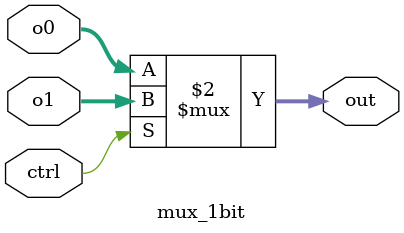
<source format=v>
module mux_1bit(
    input wire ctrl,
    input wire [31:0] o0,
    input wire [31:0] o1,
    output wire [31:0] out
);

assign out = (ctrl == 1'b1) ? o1 : o0;

endmodule
</source>
